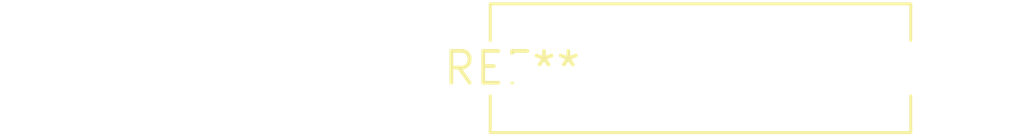
<source format=kicad_pcb>
(kicad_pcb (version 20240108) (generator pcbnew)
  (layers (0 "F.Cu" signal) (31 "B.Cu" signal) (34 "B.Paste" user) (35 "F.Paste" user) (36 "B.SilkS" user "B.Silkscreen") (37 "F.SilkS" user "F.Silkscreen") (38 "B.Mask" user) (39 "F.Mask" user) (44 "Edge.Cuts" user))
  (net 0 "")
  (footprint "C_Rect_L16.5mm_W4.9mm_P15.00mm_MKT" (layer "F.Cu") (at 0 0)
    (property "Reference" "REF**")
    (property "Value" "C_Rect_L16.5mm_W4.9mm_P15.00mm_MKT")
    (fp_line (start -0.87 -2.571) (end -0.87 -1.104) (layer "F.SilkS") (stroke (width 0.12)))
    (fp_line (start -0.87 -2.571) (end 15.87 -2.571) (layer "F.SilkS") (stroke (width 0.12)))
    (fp_line (start -0.87 1.104) (end -0.87 2.571) (layer "F.SilkS") (stroke (width 0.12)))
    (fp_line (start -0.87 2.571) (end 15.87 2.571) (layer "F.SilkS") (stroke (width 0.12)))
    (fp_line (start 15.87 -2.571) (end 15.87 -1.104) (layer "F.SilkS") (stroke (width 0.12)))
    (fp_line (start 15.87 1.104) (end 15.87 2.571) (layer "F.SilkS") (stroke (width 0.12)))
    (pad "1" thru_hole circle (at 0 0) (size 2.2 2.2) (drill 1.1) (layers *.Cu *.Mask) (remove_unused_layers))
    (pad "2" thru_hole circle (at 15 0) (size 2.2 2.2) (drill 1.1) (layers *.Cu *.Mask) (remove_unused_layers))
  )
)
</source>
